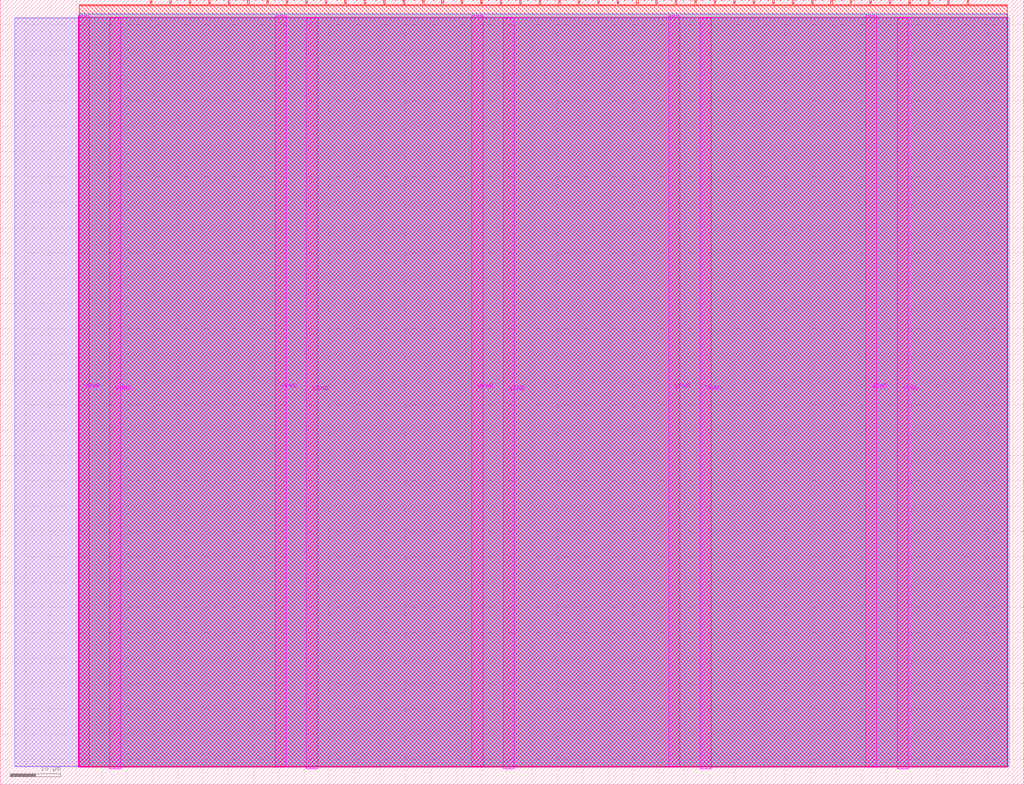
<source format=lef>
VERSION 5.7 ;
  NOWIREEXTENSIONATPIN ON ;
  DIVIDERCHAR "/" ;
  BUSBITCHARS "[]" ;
MACRO tt_um_aksp_mbist_mbisr
  CLASS BLOCK ;
  FOREIGN tt_um_aksp_mbist_mbisr ;
  ORIGIN 0.000 0.000 ;
  SIZE 202.080 BY 154.980 ;
  PIN VGND
    DIRECTION INOUT ;
    USE GROUND ;
    PORT
      LAYER TopMetal1 ;
        RECT 21.580 3.150 23.780 151.420 ;
    END
    PORT
      LAYER TopMetal1 ;
        RECT 60.450 3.150 62.650 151.420 ;
    END
    PORT
      LAYER TopMetal1 ;
        RECT 99.320 3.150 101.520 151.420 ;
    END
    PORT
      LAYER TopMetal1 ;
        RECT 138.190 3.150 140.390 151.420 ;
    END
    PORT
      LAYER TopMetal1 ;
        RECT 177.060 3.150 179.260 151.420 ;
    END
  END VGND
  PIN VPWR
    DIRECTION INOUT ;
    USE POWER ;
    PORT
      LAYER TopMetal1 ;
        RECT 15.380 3.560 17.580 151.830 ;
    END
    PORT
      LAYER TopMetal1 ;
        RECT 54.250 3.560 56.450 151.830 ;
    END
    PORT
      LAYER TopMetal1 ;
        RECT 93.120 3.560 95.320 151.830 ;
    END
    PORT
      LAYER TopMetal1 ;
        RECT 131.990 3.560 134.190 151.830 ;
    END
    PORT
      LAYER TopMetal1 ;
        RECT 170.860 3.560 173.060 151.830 ;
    END
  END VPWR
  PIN clk
    DIRECTION INPUT ;
    USE SIGNAL ;
    ANTENNAGATEAREA 0.725400 ;
    PORT
      LAYER Metal4 ;
        RECT 187.050 153.980 187.350 154.980 ;
    END
  END clk
  PIN ena
    DIRECTION INPUT ;
    USE SIGNAL ;
    PORT
      LAYER Metal4 ;
        RECT 190.890 153.980 191.190 154.980 ;
    END
  END ena
  PIN rst_n
    DIRECTION INPUT ;
    USE SIGNAL ;
    ANTENNAGATEAREA 1.664000 ;
    PORT
      LAYER Metal4 ;
        RECT 183.210 153.980 183.510 154.980 ;
    END
  END rst_n
  PIN ui_in[0]
    DIRECTION INPUT ;
    USE SIGNAL ;
    ANTENNAGATEAREA 0.213200 ;
    PORT
      LAYER Metal4 ;
        RECT 179.370 153.980 179.670 154.980 ;
    END
  END ui_in[0]
  PIN ui_in[1]
    DIRECTION INPUT ;
    USE SIGNAL ;
    PORT
      LAYER Metal4 ;
        RECT 175.530 153.980 175.830 154.980 ;
    END
  END ui_in[1]
  PIN ui_in[2]
    DIRECTION INPUT ;
    USE SIGNAL ;
    PORT
      LAYER Metal4 ;
        RECT 171.690 153.980 171.990 154.980 ;
    END
  END ui_in[2]
  PIN ui_in[3]
    DIRECTION INPUT ;
    USE SIGNAL ;
    PORT
      LAYER Metal4 ;
        RECT 167.850 153.980 168.150 154.980 ;
    END
  END ui_in[3]
  PIN ui_in[4]
    DIRECTION INPUT ;
    USE SIGNAL ;
    PORT
      LAYER Metal4 ;
        RECT 164.010 153.980 164.310 154.980 ;
    END
  END ui_in[4]
  PIN ui_in[5]
    DIRECTION INPUT ;
    USE SIGNAL ;
    PORT
      LAYER Metal4 ;
        RECT 160.170 153.980 160.470 154.980 ;
    END
  END ui_in[5]
  PIN ui_in[6]
    DIRECTION INPUT ;
    USE SIGNAL ;
    PORT
      LAYER Metal4 ;
        RECT 156.330 153.980 156.630 154.980 ;
    END
  END ui_in[6]
  PIN ui_in[7]
    DIRECTION INPUT ;
    USE SIGNAL ;
    PORT
      LAYER Metal4 ;
        RECT 152.490 153.980 152.790 154.980 ;
    END
  END ui_in[7]
  PIN uio_in[0]
    DIRECTION INPUT ;
    USE SIGNAL ;
    PORT
      LAYER Metal4 ;
        RECT 148.650 153.980 148.950 154.980 ;
    END
  END uio_in[0]
  PIN uio_in[1]
    DIRECTION INPUT ;
    USE SIGNAL ;
    PORT
      LAYER Metal4 ;
        RECT 144.810 153.980 145.110 154.980 ;
    END
  END uio_in[1]
  PIN uio_in[2]
    DIRECTION INPUT ;
    USE SIGNAL ;
    PORT
      LAYER Metal4 ;
        RECT 140.970 153.980 141.270 154.980 ;
    END
  END uio_in[2]
  PIN uio_in[3]
    DIRECTION INPUT ;
    USE SIGNAL ;
    PORT
      LAYER Metal4 ;
        RECT 137.130 153.980 137.430 154.980 ;
    END
  END uio_in[3]
  PIN uio_in[4]
    DIRECTION INPUT ;
    USE SIGNAL ;
    PORT
      LAYER Metal4 ;
        RECT 133.290 153.980 133.590 154.980 ;
    END
  END uio_in[4]
  PIN uio_in[5]
    DIRECTION INPUT ;
    USE SIGNAL ;
    PORT
      LAYER Metal4 ;
        RECT 129.450 153.980 129.750 154.980 ;
    END
  END uio_in[5]
  PIN uio_in[6]
    DIRECTION INPUT ;
    USE SIGNAL ;
    PORT
      LAYER Metal4 ;
        RECT 125.610 153.980 125.910 154.980 ;
    END
  END uio_in[6]
  PIN uio_in[7]
    DIRECTION INPUT ;
    USE SIGNAL ;
    PORT
      LAYER Metal4 ;
        RECT 121.770 153.980 122.070 154.980 ;
    END
  END uio_in[7]
  PIN uio_oe[0]
    DIRECTION OUTPUT ;
    USE SIGNAL ;
    ANTENNADIFFAREA 0.299200 ;
    PORT
      LAYER Metal4 ;
        RECT 56.490 153.980 56.790 154.980 ;
    END
  END uio_oe[0]
  PIN uio_oe[1]
    DIRECTION OUTPUT ;
    USE SIGNAL ;
    ANTENNADIFFAREA 0.299200 ;
    PORT
      LAYER Metal4 ;
        RECT 52.650 153.980 52.950 154.980 ;
    END
  END uio_oe[1]
  PIN uio_oe[2]
    DIRECTION OUTPUT ;
    USE SIGNAL ;
    ANTENNADIFFAREA 0.299200 ;
    PORT
      LAYER Metal4 ;
        RECT 48.810 153.980 49.110 154.980 ;
    END
  END uio_oe[2]
  PIN uio_oe[3]
    DIRECTION OUTPUT ;
    USE SIGNAL ;
    ANTENNADIFFAREA 0.299200 ;
    PORT
      LAYER Metal4 ;
        RECT 44.970 153.980 45.270 154.980 ;
    END
  END uio_oe[3]
  PIN uio_oe[4]
    DIRECTION OUTPUT ;
    USE SIGNAL ;
    ANTENNADIFFAREA 0.299200 ;
    PORT
      LAYER Metal4 ;
        RECT 41.130 153.980 41.430 154.980 ;
    END
  END uio_oe[4]
  PIN uio_oe[5]
    DIRECTION OUTPUT ;
    USE SIGNAL ;
    ANTENNADIFFAREA 0.299200 ;
    PORT
      LAYER Metal4 ;
        RECT 37.290 153.980 37.590 154.980 ;
    END
  END uio_oe[5]
  PIN uio_oe[6]
    DIRECTION OUTPUT ;
    USE SIGNAL ;
    ANTENNADIFFAREA 0.299200 ;
    PORT
      LAYER Metal4 ;
        RECT 33.450 153.980 33.750 154.980 ;
    END
  END uio_oe[6]
  PIN uio_oe[7]
    DIRECTION OUTPUT ;
    USE SIGNAL ;
    ANTENNADIFFAREA 0.299200 ;
    PORT
      LAYER Metal4 ;
        RECT 29.610 153.980 29.910 154.980 ;
    END
  END uio_oe[7]
  PIN uio_out[0]
    DIRECTION OUTPUT ;
    USE SIGNAL ;
    ANTENNADIFFAREA 0.299200 ;
    PORT
      LAYER Metal4 ;
        RECT 87.210 153.980 87.510 154.980 ;
    END
  END uio_out[0]
  PIN uio_out[1]
    DIRECTION OUTPUT ;
    USE SIGNAL ;
    ANTENNADIFFAREA 0.299200 ;
    PORT
      LAYER Metal4 ;
        RECT 83.370 153.980 83.670 154.980 ;
    END
  END uio_out[1]
  PIN uio_out[2]
    DIRECTION OUTPUT ;
    USE SIGNAL ;
    ANTENNADIFFAREA 0.299200 ;
    PORT
      LAYER Metal4 ;
        RECT 79.530 153.980 79.830 154.980 ;
    END
  END uio_out[2]
  PIN uio_out[3]
    DIRECTION OUTPUT ;
    USE SIGNAL ;
    ANTENNADIFFAREA 0.299200 ;
    PORT
      LAYER Metal4 ;
        RECT 75.690 153.980 75.990 154.980 ;
    END
  END uio_out[3]
  PIN uio_out[4]
    DIRECTION OUTPUT ;
    USE SIGNAL ;
    ANTENNADIFFAREA 0.299200 ;
    PORT
      LAYER Metal4 ;
        RECT 71.850 153.980 72.150 154.980 ;
    END
  END uio_out[4]
  PIN uio_out[5]
    DIRECTION OUTPUT ;
    USE SIGNAL ;
    ANTENNADIFFAREA 0.299200 ;
    PORT
      LAYER Metal4 ;
        RECT 68.010 153.980 68.310 154.980 ;
    END
  END uio_out[5]
  PIN uio_out[6]
    DIRECTION OUTPUT ;
    USE SIGNAL ;
    ANTENNADIFFAREA 0.299200 ;
    PORT
      LAYER Metal4 ;
        RECT 64.170 153.980 64.470 154.980 ;
    END
  END uio_out[6]
  PIN uio_out[7]
    DIRECTION OUTPUT ;
    USE SIGNAL ;
    ANTENNADIFFAREA 0.299200 ;
    PORT
      LAYER Metal4 ;
        RECT 60.330 153.980 60.630 154.980 ;
    END
  END uio_out[7]
  PIN uo_out[0]
    DIRECTION OUTPUT ;
    USE SIGNAL ;
    ANTENNADIFFAREA 0.708600 ;
    PORT
      LAYER Metal4 ;
        RECT 117.930 153.980 118.230 154.980 ;
    END
  END uo_out[0]
  PIN uo_out[1]
    DIRECTION OUTPUT ;
    USE SIGNAL ;
    ANTENNADIFFAREA 0.708600 ;
    PORT
      LAYER Metal4 ;
        RECT 114.090 153.980 114.390 154.980 ;
    END
  END uo_out[1]
  PIN uo_out[2]
    DIRECTION OUTPUT ;
    USE SIGNAL ;
    ANTENNADIFFAREA 0.299200 ;
    PORT
      LAYER Metal4 ;
        RECT 110.250 153.980 110.550 154.980 ;
    END
  END uo_out[2]
  PIN uo_out[3]
    DIRECTION OUTPUT ;
    USE SIGNAL ;
    ANTENNADIFFAREA 0.299200 ;
    PORT
      LAYER Metal4 ;
        RECT 106.410 153.980 106.710 154.980 ;
    END
  END uo_out[3]
  PIN uo_out[4]
    DIRECTION OUTPUT ;
    USE SIGNAL ;
    ANTENNADIFFAREA 0.299200 ;
    PORT
      LAYER Metal4 ;
        RECT 102.570 153.980 102.870 154.980 ;
    END
  END uo_out[4]
  PIN uo_out[5]
    DIRECTION OUTPUT ;
    USE SIGNAL ;
    ANTENNADIFFAREA 0.299200 ;
    PORT
      LAYER Metal4 ;
        RECT 98.730 153.980 99.030 154.980 ;
    END
  END uo_out[5]
  PIN uo_out[6]
    DIRECTION OUTPUT ;
    USE SIGNAL ;
    ANTENNADIFFAREA 0.299200 ;
    PORT
      LAYER Metal4 ;
        RECT 94.890 153.980 95.190 154.980 ;
    END
  END uo_out[6]
  PIN uo_out[7]
    DIRECTION OUTPUT ;
    USE SIGNAL ;
    ANTENNADIFFAREA 0.299200 ;
    PORT
      LAYER Metal4 ;
        RECT 91.050 153.980 91.350 154.980 ;
    END
  END uo_out[7]
  OBS
      LAYER GatPoly ;
        RECT 2.880 3.630 199.200 151.350 ;
      LAYER Metal1 ;
        RECT 2.880 3.560 199.200 151.420 ;
      LAYER Metal2 ;
        RECT 15.560 3.635 198.825 152.185 ;
      LAYER Metal3 ;
        RECT 15.515 3.680 198.865 152.145 ;
      LAYER Metal4 ;
        RECT 15.560 153.770 29.400 153.980 ;
        RECT 30.120 153.770 33.240 153.980 ;
        RECT 33.960 153.770 37.080 153.980 ;
        RECT 37.800 153.770 40.920 153.980 ;
        RECT 41.640 153.770 44.760 153.980 ;
        RECT 45.480 153.770 48.600 153.980 ;
        RECT 49.320 153.770 52.440 153.980 ;
        RECT 53.160 153.770 56.280 153.980 ;
        RECT 57.000 153.770 60.120 153.980 ;
        RECT 60.840 153.770 63.960 153.980 ;
        RECT 64.680 153.770 67.800 153.980 ;
        RECT 68.520 153.770 71.640 153.980 ;
        RECT 72.360 153.770 75.480 153.980 ;
        RECT 76.200 153.770 79.320 153.980 ;
        RECT 80.040 153.770 83.160 153.980 ;
        RECT 83.880 153.770 87.000 153.980 ;
        RECT 87.720 153.770 90.840 153.980 ;
        RECT 91.560 153.770 94.680 153.980 ;
        RECT 95.400 153.770 98.520 153.980 ;
        RECT 99.240 153.770 102.360 153.980 ;
        RECT 103.080 153.770 106.200 153.980 ;
        RECT 106.920 153.770 110.040 153.980 ;
        RECT 110.760 153.770 113.880 153.980 ;
        RECT 114.600 153.770 117.720 153.980 ;
        RECT 118.440 153.770 121.560 153.980 ;
        RECT 122.280 153.770 125.400 153.980 ;
        RECT 126.120 153.770 129.240 153.980 ;
        RECT 129.960 153.770 133.080 153.980 ;
        RECT 133.800 153.770 136.920 153.980 ;
        RECT 137.640 153.770 140.760 153.980 ;
        RECT 141.480 153.770 144.600 153.980 ;
        RECT 145.320 153.770 148.440 153.980 ;
        RECT 149.160 153.770 152.280 153.980 ;
        RECT 153.000 153.770 156.120 153.980 ;
        RECT 156.840 153.770 159.960 153.980 ;
        RECT 160.680 153.770 163.800 153.980 ;
        RECT 164.520 153.770 167.640 153.980 ;
        RECT 168.360 153.770 171.480 153.980 ;
        RECT 172.200 153.770 175.320 153.980 ;
        RECT 176.040 153.770 179.160 153.980 ;
        RECT 179.880 153.770 183.000 153.980 ;
        RECT 183.720 153.770 186.840 153.980 ;
        RECT 187.560 153.770 190.680 153.980 ;
        RECT 191.400 153.770 198.825 153.980 ;
        RECT 15.560 3.635 198.825 153.770 ;
      LAYER Metal5 ;
        RECT 15.515 3.470 198.865 151.510 ;
  END
END tt_um_aksp_mbist_mbisr
END LIBRARY


</source>
